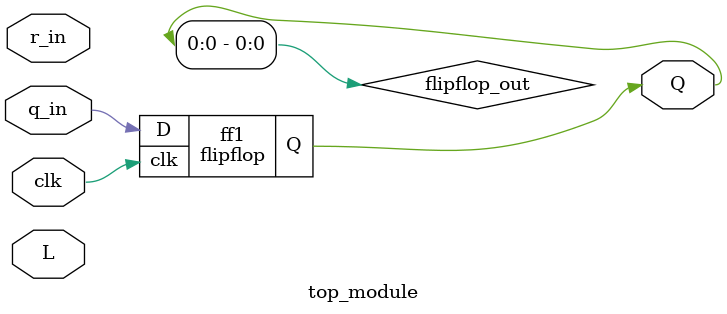
<source format=sv>
module flipflop(
    input clk,
    input D,
    output reg Q
);

always @(posedge clk)
    Q <= D;

endmodule
module mux_2to1(
    input S,
    input A,
    input B,
    output reg Y
);

always @(*)
    case (S)
        1'b0: Y <= A;
        1'b1: Y <= B;
    endcase

endmodule
module top_module(
    input clk,
    input L,
    input q_in,
    input r_in,
    output reg Q
);

reg [2:0] q;
wire mux_out;
wire [2:0] flipflop_out;

flipflop ff1(
    .clk(clk),
    .D(q_in),
    .Q(flipflop_out[0])
);

flipflop ff2(
    .clk(clk),
    .D(flipflop_out[1]),
    .Q(flipflop_out[2])
);

mux_2to1 mux(
    .S(L),
    .A(r_in),
    .B(flipflop_out[2]),
    .Y(mux_out)
);

always @(posedge clk)
    if (L)
        q <= r_in;
    else
        q <= {q[1] ^ q[2], q[0], mux_out};

assign Q = flipflop_out[0];

endmodule

</source>
